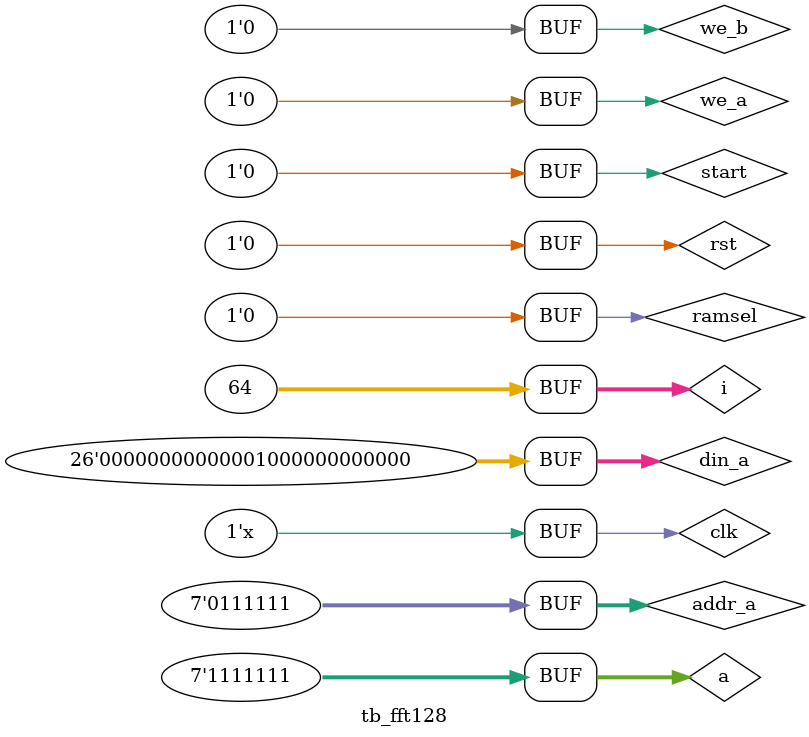
<source format=v>
/********************************************************************/
/*                                                                  */
/* Testbench a 128 pontos FFT modulhoz.                             */
/*                                                                  */
/********************************************************************/

`timescale 1ns / 1ps

module tb_fft128;

	reg clk, rst, start, ramsel;
	wire busy;
	reg we_a, we_b;
	wire ram_we_a, fft_we_a, ram_we_b, fft_we_b;
	reg[6:0] addr_a, addr_b, a;
	wire[6:0] ram_addr_a, fft_addr_a, ram_addr_b, fft_addr_b, a_rev;
	reg[25:0] din_a, din_b;
	wire[25:0] ram_din_a, fft_din_a, ram_din_b, fft_din_b;
	wire [25:0] dout_a, dout_b;

	/* mintatar */
	ram128x26 sample_ram(
		.clk_a(clk),
		.we_a(ram_we_a),
		.en_a(1'b1),
		.clk_b(clk),
		.we_b(ram_we_b),
		.en_b(1'b1),
		.addr_a(ram_addr_a),
		.addr_b(ram_addr_b),
		.din_a(ram_din_a),
		.din_b(ram_din_b),
		.dout_a(dout_a),
		.dout_b(dout_b)
	);

	/* FFT egyseg */
	fft128 fft(
		.clk(clk),
		.rst(rst),
		.ram_we_a(fft_we_a),
		.ram_we_b(fft_we_b),
		.ram_addr_a(fft_addr_a),
		.ram_addr_b(fft_addr_b),
		.ram_din_a(fft_din_a),
		.ram_din_b(fft_din_b),
		.ram_dout_a(dout_a),
		.ram_dout_b(dout_b),
		.start(start),
		.busy(busy)
	);

	/* bitsorrend-fordito */
	bitreverse bitreverse_i(a,a_rev);

	/* multiplexer a memoria bemeno jeleihez */
	assign ram_we_a=ramsel?we_a:fft_we_a;
	assign ram_we_b=ramsel?we_b:fft_we_b;
	assign ram_addr_a=ramsel?addr_a:fft_addr_a;
	assign ram_addr_b=ramsel?addr_b:fft_addr_b;
	assign ram_din_a=ramsel?din_a:fft_din_a;
	assign ram_din_b=ramsel?din_b:fft_din_b;
	
	integer i;
	initial begin
		clk=0;
		rst=1;
		start=0;
		ramsel=0;
		we_a=0;
		we_b=0;
		#100;
		rst=0;
		#6
		/* [1 1 ... 1]  -->  [1 0 ... 0] */
		for(i=0;i<128;i=i+1)
		begin
			a=i;
			din_a={13'd0,13'b0111111111111};
			#10;
			addr_a=a_rev;
			ramsel=1;
			we_a=1;
		end
		#10;
		we_a=0;
		ramsel=0;
		#20;
		start=1;
		#10;
		start=0;
		#25000;
		ramsel=1;
		for(i=0;i<64;i=i+1)
		begin
			addr_a=i;
			#10;
		end
		ramsel=0;
		#100;
		/* [-1 -1 1 1 -1 -1 1 1 ...]  -->  32. es 96. elem 0.707, a tobbi 0 */
		for(i=0;i<128;i=i+1)
		begin
			a=i;
			din_a=(i&2)?{13'd0,13'b0111111111111}:{13'd0,13'b1000000000000};
			#10;
			addr_a=a_rev;
			ramsel=1;
			we_a=1;
		end
		#10;
		we_a=0;
		ramsel=0;
		#20;
		start=1;
		#10;
		start=0;
		#25000;
		ramsel=1;
		for(i=0;i<64;i=i+1)
		begin
			addr_a=i;
			#10;
		end
		ramsel=0;
		#100;
		/* [1 1 ... 1 1 -1 -1 ... -1 -1]  -->  minden masodik 0, 1/n rendben csokken */
		for(i=0;i<128;i=i+1)
		begin
			a=i;
			din_a=(i<64)?{13'd0,13'b0111111111111}:{13'd0,13'b1000000000000};
			#10;
			addr_a=a_rev;
			ramsel=1;
			we_a=1;
		end
		#10;
		we_a=0;
		ramsel=0;
		#20;
		start=1;
		#10;
		start=0;
		#25000;
		ramsel=1;
		for(i=0;i<64;i=i+1)
		begin
			addr_a=i;
			#10;
		end
		ramsel=0;
	end

always #5 clk<=~clk;

endmodule

</source>
